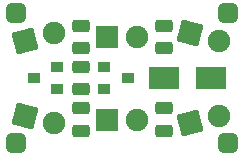
<source format=gbr>
%TF.GenerationSoftware,KiCad,Pcbnew,(7.0.0-0)*%
%TF.CreationDate,2023-03-05T10:41:00+01:00*%
%TF.ProjectId,FancyLight,46616e63-794c-4696-9768-742e6b696361,A*%
%TF.SameCoordinates,Original*%
%TF.FileFunction,Soldermask,Top*%
%TF.FilePolarity,Negative*%
%FSLAX46Y46*%
G04 Gerber Fmt 4.6, Leading zero omitted, Abs format (unit mm)*
G04 Created by KiCad (PCBNEW (7.0.0-0)) date 2023-03-05 10:41:00*
%MOMM*%
%LPD*%
G01*
G04 APERTURE LIST*
G04 Aperture macros list*
%AMRoundRect*
0 Rectangle with rounded corners*
0 $1 Rounding radius*
0 $2 $3 $4 $5 $6 $7 $8 $9 X,Y pos of 4 corners*
0 Add a 4 corners polygon primitive as box body*
4,1,4,$2,$3,$4,$5,$6,$7,$8,$9,$2,$3,0*
0 Add four circle primitives for the rounded corners*
1,1,$1+$1,$2,$3*
1,1,$1+$1,$4,$5*
1,1,$1+$1,$6,$7*
1,1,$1+$1,$8,$9*
0 Add four rect primitives between the rounded corners*
20,1,$1+$1,$2,$3,$4,$5,0*
20,1,$1+$1,$4,$5,$6,$7,0*
20,1,$1+$1,$6,$7,$8,$9,0*
20,1,$1+$1,$8,$9,$2,$3,0*%
G04 Aperture macros list end*
%ADD10RoundRect,0.294750X-0.456250X0.243750X-0.456250X-0.243750X0.456250X-0.243750X0.456250X0.243750X0*%
%ADD11RoundRect,0.051000X-1.250000X-0.900000X1.250000X-0.900000X1.250000X0.900000X-1.250000X0.900000X0*%
%ADD12RoundRect,0.051000X0.450000X0.400000X-0.450000X0.400000X-0.450000X-0.400000X0.450000X-0.400000X0*%
%ADD13RoundRect,0.294750X0.456250X-0.243750X0.456250X0.243750X-0.456250X0.243750X-0.456250X-0.243750X0*%
%ADD14RoundRect,0.051000X-0.450000X-0.400000X0.450000X-0.400000X0.450000X0.400000X-0.450000X0.400000X0*%
%ADD15RoundRect,0.451000X-0.400000X-0.400000X0.400000X-0.400000X0.400000X0.400000X-0.400000X0.400000X0*%
%ADD16RoundRect,0.051000X-0.636396X-1.102270X1.102270X-0.636396X0.636396X1.102270X-1.102270X0.636396X0*%
%ADD17C,1.902000*%
%ADD18RoundRect,0.051000X-0.900000X-0.900000X0.900000X-0.900000X0.900000X0.900000X-0.900000X0.900000X0*%
%ADD19RoundRect,0.051000X-1.102270X-0.636396X0.636396X-1.102270X1.102270X0.636396X-0.636396X1.102270X0*%
G04 APERTURE END LIST*
D10*
X133500000Y-79062500D03*
X133500000Y-80937500D03*
D11*
X140500000Y-83500000D03*
X144500000Y-83500000D03*
D12*
X131500000Y-84450000D03*
X131500000Y-82550000D03*
X129500000Y-83500000D03*
D13*
X140500000Y-87937500D03*
X140500000Y-86062500D03*
D10*
X140500000Y-79062500D03*
X140500000Y-80937500D03*
D13*
X133500000Y-84437500D03*
X133500000Y-82562500D03*
D10*
X133500000Y-86062500D03*
X133500000Y-87937500D03*
D14*
X135500000Y-82550000D03*
X135500000Y-84450000D03*
X137500000Y-83500000D03*
D15*
X146000000Y-89000000D03*
X128000000Y-89000000D03*
X128000000Y-78000000D03*
X146000000Y-78000000D03*
D16*
X142773274Y-87328700D03*
D17*
X145226726Y-86671300D03*
D18*
X135730000Y-87000000D03*
D17*
X138270000Y-87000000D03*
D19*
X128773274Y-86671300D03*
D17*
X131226726Y-87328700D03*
D19*
X142773274Y-79671300D03*
D17*
X145226726Y-80328700D03*
D18*
X135730000Y-80000000D03*
D17*
X138270000Y-80000000D03*
D16*
X128773274Y-80328700D03*
D17*
X131226726Y-79671300D03*
M02*

</source>
